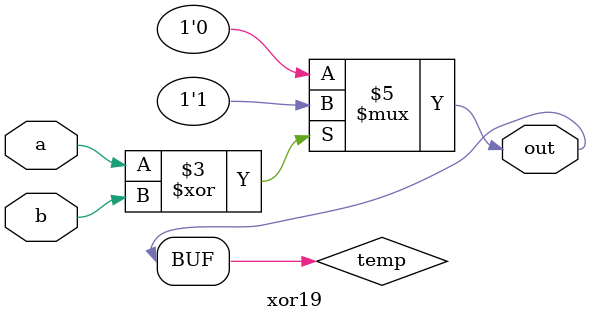
<source format=v>
module xor19 (
    input wire a,
    input wire b,
    output wire out
);

reg temp;
always @(*) begin
    if (a ^ b == 1'b1)
        temp = 1'b1;
    else
        temp = 1'b0;
end

assign out = temp;
endmodule

</source>
